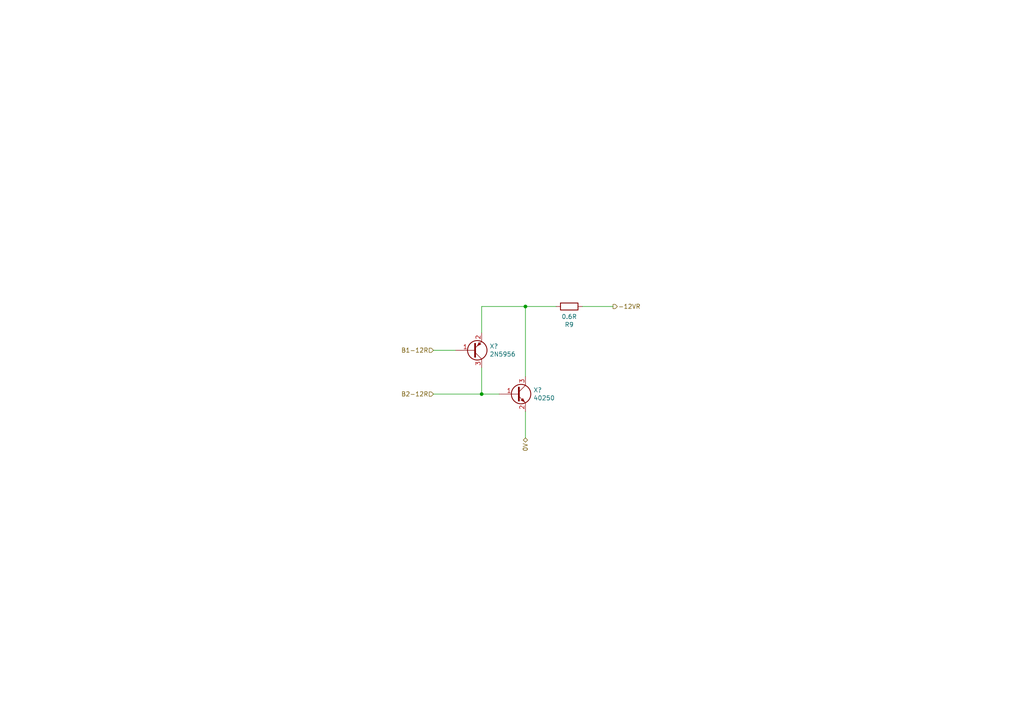
<source format=kicad_sch>
(kicad_sch (version 20231120) (generator "eeschema") (generator_version "8.0")
  (paper "A4")
  (lib_symbols
    (symbol "Device:Q_NPN_BEC" (pin_names (offset 0) hide)
      (property "Reference" "Q" (at 5.08 1.27 0))
      (property "Value" "Q_NPN_BEC" (at 5.08 -1.27 0))
      (symbol "Q_NPN_BEC_0_1"
        (polyline (pts (xy 0.635 0.635) (xy 2.54 2.54)))
        (polyline (pts (xy 0.635 -0.635) (xy 2.54 -2.54) (xy 2.54 -2.54)))
        (polyline (pts (xy 0.635 1.905) (xy 0.635 -1.905) (xy 0.635 -1.905)) (stroke (width 0.508)))
        (polyline (pts (xy 1.27 -1.778) (xy 1.778 -1.27) (xy 2.286 -2.286) (xy 1.27 -1.778) (xy 1.27 -1.778)) (fill (type outline)))
        (circle (center 1.27 0) (radius 2.8194) (stroke (width 0.254)))
      )
      (symbol "Q_NPN_BEC_1_1"
        (pin input line (at -5.08 0 0) (length 5.715) (name "B") (number "1"))
        (pin passive line (at 2.54 -5.08 90) (length 2.54) (name "E") (number "2"))
        (pin passive line (at 2.54 5.08 270) (length 2.54) (name "C") (number "3"))
      )
    )
    (symbol "Device:Q_PNP_BEC" (pin_names (offset 0) hide)
      (property "Reference" "Q" (at 5.08 1.27 0))
      (property "Value" "Q_PNP_BEC" (at 5.08 -1.27 0))
      (symbol "Q_PNP_BEC_0_1"
        (polyline (pts (xy 0.635 0.635) (xy 2.54 2.54)))
        (polyline (pts (xy 0.635 -0.635) (xy 2.54 -2.54) (xy 2.54 -2.54)))
        (polyline (pts (xy 0.635 1.905) (xy 0.635 -1.905) (xy 0.635 -1.905)) (stroke (width 0.508)))
        (polyline (pts (xy 2.286 -1.778) (xy 1.778 -2.286) (xy 1.27 -1.27) (xy 2.286 -1.778) (xy 2.286 -1.778)) (fill (type outline)))
        (circle (center 1.27 0) (radius 2.8194) (stroke (width 0.254)))
      )
      (symbol "Q_PNP_BEC_1_1"
        (pin input line (at -5.08 0 0) (length 5.715) (name "B") (number "1"))
        (pin passive line (at 2.54 -5.08 90) (length 2.54) (name "E") (number "2"))
        (pin passive line (at 2.54 5.08 270) (length 2.54) (name "C") (number "3"))
      )
    )
    (symbol "Device:R" (pin_numbers hide) (pin_names (offset 0))
      (property "Reference" "R" (at 2.032 0 90))
      (property "Value" "R" (at 0 0 90))
      (symbol "R_0_1"
        (rectangle (start -1.016 -2.54) (end 1.016 2.54) (stroke (width 0.254)))
      )
      (symbol "R_1_1"
        (pin passive line (at 0 3.81 270) (length 1.27) (name "~") (number "1"))
        (pin passive line (at 0 -3.81 90) (length 1.27) (name "~") (number "2"))
      )
    )
  )
  (junction (at 152.4 88.9))
  (junction (at 139.7 114.3))
  (wire (pts (xy 152.4 88.9) (xy 161.29 88.9)))
  (wire (pts (xy 152.4 119.38) (xy 152.4 127)))
  (wire (pts (xy 139.7 88.9) (xy 139.7 96.52)))
  (wire (pts (xy 152.4 88.9) (xy 139.7 88.9)))
  (wire (pts (xy 168.91 88.9) (xy 177.8 88.9)))
  (wire (pts (xy 125.73 114.3) (xy 139.7 114.3)))
  (wire (pts (xy 152.4 88.9) (xy 152.4 109.22)))
  (wire (pts (xy 139.7 114.3) (xy 144.78 114.3)))
  (wire (pts (xy 125.73 101.6) (xy 132.08 101.6)))
  (wire (pts (xy 139.7 106.68) (xy 139.7 114.3)))
  (hierarchical_label "B1-12R" (shape input) (at 125.73 101.6 180))
  (hierarchical_label "B2-12R" (shape input) (at 125.73 114.3 180))
  (hierarchical_label "-12VR" (shape output) (at 177.8 88.9 0))
  (hierarchical_label "0V" (shape bidirectional) (at 152.4 127 270))
  (symbol (lib_id "Device:Q_PNP_BEC") (at 137.16 101.6 0) (mirror x) (unit 1)
    (property "Reference" "X?" (at 141.986 100.4316 0) (effects (justify left)))
    (property "Value" "2N5956" (at 141.986 102.743 0) (effects (justify left)))
  )
  (symbol (lib_id "Device:R") (at 165.1 88.9 270) (unit 1)
    (property "Reference" "R9" (at 165.1 94.1578 90))
    (property "Value" "0.6R" (at 165.1 91.8464 90))
    (property "Power" "4W" (effects (hide yes)))
  )
  (symbol (lib_id "Device:Q_NPN_BEC") (at 149.86 114.3 0) (unit 1)
    (property "Reference" "X?" (at 154.686 113.1316 0) (effects (justify left)))
    (property "Value" "40250" (at 154.686 115.443 0) (effects (justify left)))
  )
)
</source>
